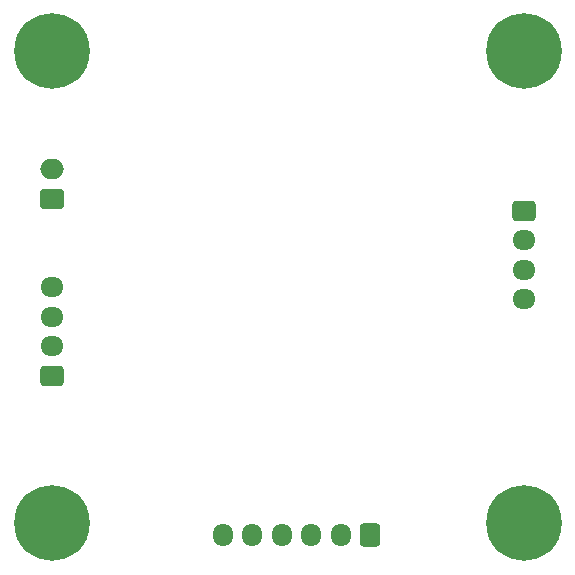
<source format=gbr>
%TF.GenerationSoftware,KiCad,Pcbnew,9.0.7*%
%TF.CreationDate,2026-02-11T09:42:12+01:00*%
%TF.ProjectId,3DN_td_kicad,33444e5f-7464-45f6-9b69-6361642e6b69,1.0*%
%TF.SameCoordinates,Original*%
%TF.FileFunction,Soldermask,Bot*%
%TF.FilePolarity,Negative*%
%FSLAX46Y46*%
G04 Gerber Fmt 4.6, Leading zero omitted, Abs format (unit mm)*
G04 Created by KiCad (PCBNEW 9.0.7) date 2026-02-11 09:42:12*
%MOMM*%
%LPD*%
G01*
G04 APERTURE LIST*
G04 Aperture macros list*
%AMRoundRect*
0 Rectangle with rounded corners*
0 $1 Rounding radius*
0 $2 $3 $4 $5 $6 $7 $8 $9 X,Y pos of 4 corners*
0 Add a 4 corners polygon primitive as box body*
4,1,4,$2,$3,$4,$5,$6,$7,$8,$9,$2,$3,0*
0 Add four circle primitives for the rounded corners*
1,1,$1+$1,$2,$3*
1,1,$1+$1,$4,$5*
1,1,$1+$1,$6,$7*
1,1,$1+$1,$8,$9*
0 Add four rect primitives between the rounded corners*
20,1,$1+$1,$2,$3,$4,$5,0*
20,1,$1+$1,$4,$5,$6,$7,0*
20,1,$1+$1,$6,$7,$8,$9,0*
20,1,$1+$1,$8,$9,$2,$3,0*%
G04 Aperture macros list end*
%ADD10RoundRect,0.250000X0.750000X-0.600000X0.750000X0.600000X-0.750000X0.600000X-0.750000X-0.600000X0*%
%ADD11O,2.000000X1.700000*%
%ADD12RoundRect,0.250000X-0.725000X0.600000X-0.725000X-0.600000X0.725000X-0.600000X0.725000X0.600000X0*%
%ADD13O,1.950000X1.700000*%
%ADD14RoundRect,0.250000X0.600000X0.725000X-0.600000X0.725000X-0.600000X-0.725000X0.600000X-0.725000X0*%
%ADD15O,1.700000X1.950000*%
%ADD16RoundRect,0.250000X0.725000X-0.600000X0.725000X0.600000X-0.725000X0.600000X-0.725000X-0.600000X0*%
%ADD17C,0.800000*%
%ADD18C,6.400000*%
G04 APERTURE END LIST*
D10*
%TO.C,J5*%
X100000000Y-112500000D03*
D11*
X100000000Y-110000000D03*
%TD*%
D12*
%TO.C,J4*%
X140000000Y-113500000D03*
D13*
X140000000Y-116000000D03*
X140000000Y-118500000D03*
X140000000Y-121000000D03*
%TD*%
D14*
%TO.C,J3*%
X127000000Y-141000000D03*
D15*
X124500000Y-141000000D03*
X122000000Y-141000000D03*
X119500000Y-141000000D03*
X117000000Y-141000000D03*
X114500000Y-141000000D03*
%TD*%
D16*
%TO.C,J2*%
X100000000Y-127500000D03*
D13*
X100000000Y-125000000D03*
X100000000Y-122500000D03*
X100000000Y-120000000D03*
%TD*%
D17*
%TO.C,H4*%
X137600000Y-140000000D03*
X138302944Y-138302944D03*
X138302944Y-141697056D03*
X140000000Y-137600000D03*
D18*
X140000000Y-140000000D03*
D17*
X140000000Y-142400000D03*
X141697056Y-138302944D03*
X141697056Y-141697056D03*
X142400000Y-140000000D03*
%TD*%
%TO.C,H3*%
X97600000Y-140000000D03*
X98302944Y-138302944D03*
X98302944Y-141697056D03*
X100000000Y-137600000D03*
D18*
X100000000Y-140000000D03*
D17*
X100000000Y-142400000D03*
X101697056Y-138302944D03*
X101697056Y-141697056D03*
X102400000Y-140000000D03*
%TD*%
%TO.C,H2*%
X137600000Y-100000000D03*
X138302944Y-98302944D03*
X138302944Y-101697056D03*
X140000000Y-97600000D03*
D18*
X140000000Y-100000000D03*
D17*
X140000000Y-102400000D03*
X141697056Y-98302944D03*
X141697056Y-101697056D03*
X142400000Y-100000000D03*
%TD*%
%TO.C,H1*%
X97600000Y-100000000D03*
X98302944Y-98302944D03*
X98302944Y-101697056D03*
X100000000Y-97600000D03*
D18*
X100000000Y-100000000D03*
D17*
X100000000Y-102400000D03*
X101697056Y-98302944D03*
X101697056Y-101697056D03*
X102400000Y-100000000D03*
%TD*%
M02*

</source>
